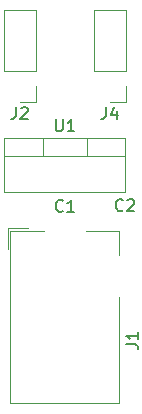
<source format=gbr>
%TF.GenerationSoftware,KiCad,Pcbnew,8.0.4*%
%TF.CreationDate,2024-11-07T15:33:02-05:00*%
%TF.ProjectId,BarrelJackAdapter,42617272-656c-44a6-9163-6b4164617074,rev?*%
%TF.SameCoordinates,Original*%
%TF.FileFunction,Legend,Top*%
%TF.FilePolarity,Positive*%
%FSLAX46Y46*%
G04 Gerber Fmt 4.6, Leading zero omitted, Abs format (unit mm)*
G04 Created by KiCad (PCBNEW 8.0.4) date 2024-11-07 15:33:02*
%MOMM*%
%LPD*%
G01*
G04 APERTURE LIST*
%ADD10C,0.150000*%
%ADD11C,0.120000*%
G04 APERTURE END LIST*
D10*
X189354819Y-78983333D02*
X190069104Y-78983333D01*
X190069104Y-78983333D02*
X190211961Y-79030952D01*
X190211961Y-79030952D02*
X190307200Y-79126190D01*
X190307200Y-79126190D02*
X190354819Y-79269047D01*
X190354819Y-79269047D02*
X190354819Y-79364285D01*
X190354819Y-77983333D02*
X190354819Y-78554761D01*
X190354819Y-78269047D02*
X189354819Y-78269047D01*
X189354819Y-78269047D02*
X189497676Y-78364285D01*
X189497676Y-78364285D02*
X189592914Y-78459523D01*
X189592914Y-78459523D02*
X189640533Y-78554761D01*
X189063333Y-67619580D02*
X189015714Y-67667200D01*
X189015714Y-67667200D02*
X188872857Y-67714819D01*
X188872857Y-67714819D02*
X188777619Y-67714819D01*
X188777619Y-67714819D02*
X188634762Y-67667200D01*
X188634762Y-67667200D02*
X188539524Y-67571961D01*
X188539524Y-67571961D02*
X188491905Y-67476723D01*
X188491905Y-67476723D02*
X188444286Y-67286247D01*
X188444286Y-67286247D02*
X188444286Y-67143390D01*
X188444286Y-67143390D02*
X188491905Y-66952914D01*
X188491905Y-66952914D02*
X188539524Y-66857676D01*
X188539524Y-66857676D02*
X188634762Y-66762438D01*
X188634762Y-66762438D02*
X188777619Y-66714819D01*
X188777619Y-66714819D02*
X188872857Y-66714819D01*
X188872857Y-66714819D02*
X189015714Y-66762438D01*
X189015714Y-66762438D02*
X189063333Y-66810057D01*
X189444286Y-66810057D02*
X189491905Y-66762438D01*
X189491905Y-66762438D02*
X189587143Y-66714819D01*
X189587143Y-66714819D02*
X189825238Y-66714819D01*
X189825238Y-66714819D02*
X189920476Y-66762438D01*
X189920476Y-66762438D02*
X189968095Y-66810057D01*
X189968095Y-66810057D02*
X190015714Y-66905295D01*
X190015714Y-66905295D02*
X190015714Y-67000533D01*
X190015714Y-67000533D02*
X189968095Y-67143390D01*
X189968095Y-67143390D02*
X189396667Y-67714819D01*
X189396667Y-67714819D02*
X190015714Y-67714819D01*
X187626666Y-58919819D02*
X187626666Y-59634104D01*
X187626666Y-59634104D02*
X187579047Y-59776961D01*
X187579047Y-59776961D02*
X187483809Y-59872200D01*
X187483809Y-59872200D02*
X187340952Y-59919819D01*
X187340952Y-59919819D02*
X187245714Y-59919819D01*
X188531428Y-59253152D02*
X188531428Y-59919819D01*
X188293333Y-58872200D02*
X188055238Y-59586485D01*
X188055238Y-59586485D02*
X188674285Y-59586485D01*
X180006666Y-58919819D02*
X180006666Y-59634104D01*
X180006666Y-59634104D02*
X179959047Y-59776961D01*
X179959047Y-59776961D02*
X179863809Y-59872200D01*
X179863809Y-59872200D02*
X179720952Y-59919819D01*
X179720952Y-59919819D02*
X179625714Y-59919819D01*
X180435238Y-59015057D02*
X180482857Y-58967438D01*
X180482857Y-58967438D02*
X180578095Y-58919819D01*
X180578095Y-58919819D02*
X180816190Y-58919819D01*
X180816190Y-58919819D02*
X180911428Y-58967438D01*
X180911428Y-58967438D02*
X180959047Y-59015057D01*
X180959047Y-59015057D02*
X181006666Y-59110295D01*
X181006666Y-59110295D02*
X181006666Y-59205533D01*
X181006666Y-59205533D02*
X180959047Y-59348390D01*
X180959047Y-59348390D02*
X180387619Y-59919819D01*
X180387619Y-59919819D02*
X181006666Y-59919819D01*
X183983333Y-67669580D02*
X183935714Y-67717200D01*
X183935714Y-67717200D02*
X183792857Y-67764819D01*
X183792857Y-67764819D02*
X183697619Y-67764819D01*
X183697619Y-67764819D02*
X183554762Y-67717200D01*
X183554762Y-67717200D02*
X183459524Y-67621961D01*
X183459524Y-67621961D02*
X183411905Y-67526723D01*
X183411905Y-67526723D02*
X183364286Y-67336247D01*
X183364286Y-67336247D02*
X183364286Y-67193390D01*
X183364286Y-67193390D02*
X183411905Y-67002914D01*
X183411905Y-67002914D02*
X183459524Y-66907676D01*
X183459524Y-66907676D02*
X183554762Y-66812438D01*
X183554762Y-66812438D02*
X183697619Y-66764819D01*
X183697619Y-66764819D02*
X183792857Y-66764819D01*
X183792857Y-66764819D02*
X183935714Y-66812438D01*
X183935714Y-66812438D02*
X183983333Y-66860057D01*
X184935714Y-67764819D02*
X184364286Y-67764819D01*
X184650000Y-67764819D02*
X184650000Y-66764819D01*
X184650000Y-66764819D02*
X184554762Y-66907676D01*
X184554762Y-66907676D02*
X184459524Y-67002914D01*
X184459524Y-67002914D02*
X184364286Y-67050533D01*
X183388095Y-59954819D02*
X183388095Y-60764342D01*
X183388095Y-60764342D02*
X183435714Y-60859580D01*
X183435714Y-60859580D02*
X183483333Y-60907200D01*
X183483333Y-60907200D02*
X183578571Y-60954819D01*
X183578571Y-60954819D02*
X183769047Y-60954819D01*
X183769047Y-60954819D02*
X183864285Y-60907200D01*
X183864285Y-60907200D02*
X183911904Y-60859580D01*
X183911904Y-60859580D02*
X183959523Y-60764342D01*
X183959523Y-60764342D02*
X183959523Y-59954819D01*
X184959523Y-60954819D02*
X184388095Y-60954819D01*
X184673809Y-60954819D02*
X184673809Y-59954819D01*
X184673809Y-59954819D02*
X184578571Y-60097676D01*
X184578571Y-60097676D02*
X184483333Y-60192914D01*
X184483333Y-60192914D02*
X184388095Y-60240533D01*
D11*
%TO.C,J1*%
X179310000Y-69160000D02*
X181050000Y-69160000D01*
X179310000Y-70900000D02*
X179310000Y-69160000D01*
X179550000Y-69400000D02*
X182350000Y-69400000D01*
X179550000Y-84000000D02*
X179550000Y-69400000D01*
X185950000Y-69400000D02*
X188750000Y-69400000D01*
X188750000Y-69400000D02*
X188750000Y-71400000D01*
X188750000Y-75000000D02*
X188750000Y-84000000D01*
X188750000Y-84000000D02*
X179550000Y-84000000D01*
%TO.C,J4*%
X186630000Y-55865000D02*
X186630000Y-50725000D01*
X189290000Y-50725000D02*
X186630000Y-50725000D01*
X189290000Y-55865000D02*
X186630000Y-55865000D01*
X189290000Y-55865000D02*
X189290000Y-50725000D01*
X189290000Y-57135000D02*
X189290000Y-58465000D01*
X189290000Y-58465000D02*
X187960000Y-58465000D01*
%TO.C,J2*%
X179010000Y-55865000D02*
X179010000Y-50725000D01*
X181670000Y-50725000D02*
X179010000Y-50725000D01*
X181670000Y-55865000D02*
X179010000Y-55865000D01*
X181670000Y-55865000D02*
X181670000Y-50725000D01*
X181670000Y-57135000D02*
X181670000Y-58465000D01*
X181670000Y-58465000D02*
X180340000Y-58465000D01*
%TO.C,U1*%
X179030000Y-61500000D02*
X179030000Y-66141000D01*
X179030000Y-61500000D02*
X189270000Y-61500000D01*
X179030000Y-63010000D02*
X189270000Y-63010000D01*
X179030000Y-66141000D02*
X189270000Y-66141000D01*
X182300000Y-61500000D02*
X182300000Y-63010000D01*
X186001000Y-61500000D02*
X186001000Y-63010000D01*
X189270000Y-61500000D02*
X189270000Y-66141000D01*
%TD*%
M02*

</source>
